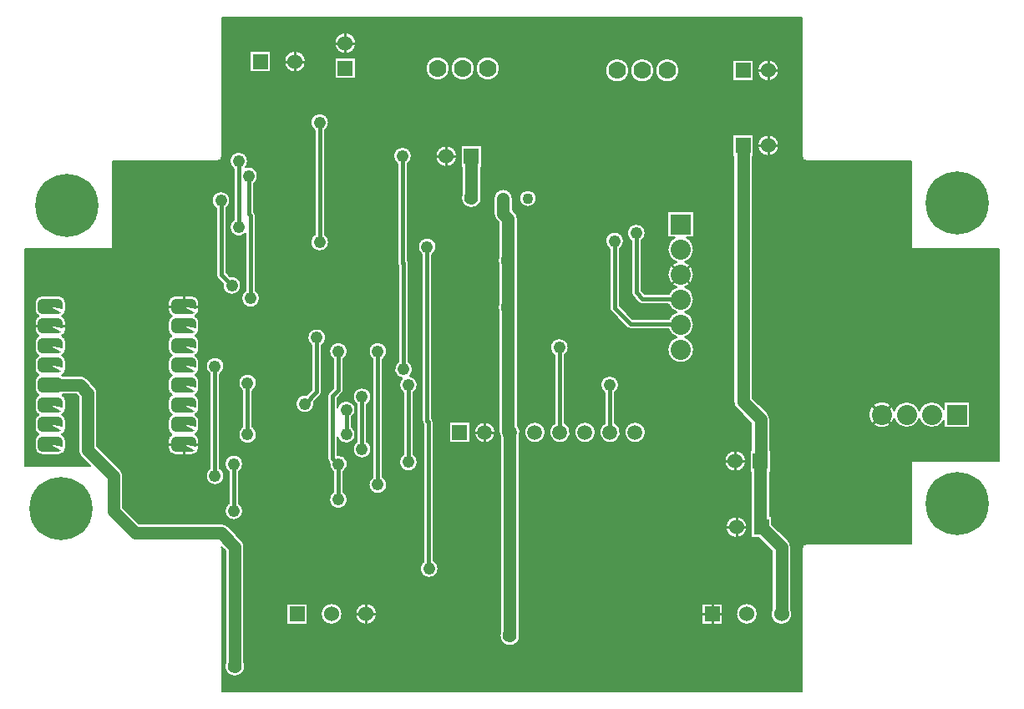
<source format=gbl>
G04 DesignSpark PCB Gerber Version 10.0 Build 5299*
G04 #@! TF.Part,Single*
G04 #@! TF.FileFunction,Copper,L2,Bot*
G04 #@! TF.FilePolarity,Positive*
%FSLAX35Y35*%
%MOIN*%
G04 #@! TA.AperFunction,ComponentPad*
%ADD125R,0.05906X0.05906*%
%ADD128R,0.06000X0.06000*%
%ADD22R,0.08000X0.08000*%
G04 #@! TD.AperFunction*
%ADD10C,0.00500*%
%ADD14C,0.01000*%
%ADD19C,0.01500*%
G04 #@! TA.AperFunction,ComponentPad*
%ADD73C,0.04331*%
G04 #@! TA.AperFunction,ViaPad*
%ADD70C,0.04800*%
G04 #@! TD.AperFunction*
%ADD16C,0.05000*%
G04 #@! TA.AperFunction,ComponentPad*
%AMT103*0 Rounded Rectangle Pad at angle 90*4,1,56,0.04921,-0.00984,0.04921,0.00984,0.04907,0.01222,0.04864,0.01456,0.04793,0.01682,0.04696,0.01899,0.04573,0.02103,0.04426,0.02290,0.04258,0.02458,0.04071,0.02604,0.03868,0.02727,0.03651,0.02825,0.03424,0.02896,0.03190,0.02939,0.02953,0.02953,-0.02953,0.02953,-0.03190,0.02939,-0.03424,0.02896,-0.03651,0.02825,-0.03868,0.02727,-0.04071,0.02604,-0.04258,0.02458,-0.04426,0.02290,-0.04573,0.02103,-0.04696,0.01899,-0.04793,0.01682,-0.04864,0.01456,-0.04907,0.01222,-0.04921,0.00984,-0.04921,-0.00984,-0.04907,-0.01222,-0.04864,-0.01456,-0.04793,-0.01682,-0.04696,-0.01899,-0.04573,-0.02103,-0.04426,-0.02290,-0.04258,-0.02458,-0.04071,-0.02604,-0.03868,-0.02727,-0.03651,-0.02825,-0.03424,-0.02896,-0.03190,-0.02939,-0.02953,-0.02953,0.02953,-0.02953,0.03190,-0.02939,0.03424,-0.02896,0.03651,-0.02825,0.03868,-0.02727,0.04071,-0.02604,0.04258,-0.02458,0.04426,-0.02290,0.04573,-0.02103,0.04696,-0.01899,0.04793,-0.01682,0.04864,-0.01456,0.04907,-0.01222,0.04921,-0.00984,0*%
%ADD103T103*%
G04 #@! TA.AperFunction,ViaPad*
%ADD123C,0.05600*%
G04 #@! TA.AperFunction,ComponentPad*
%ADD133C,0.05900*%
%ADD104C,0.06000*%
%ADD126C,0.07000*%
%ADD23C,0.08000*%
%ADD77C,0.25197*%
%ADD132R,0.05900X0.05900*%
G04 #@! TD.AperFunction*
X0Y0D02*
D02*
D10*
X391451Y179384D02*
X356549D01*
Y214285D01*
X315211D01*
G75*
G02*
X313670Y214817I0J2500D01*
G01*
X313242D01*
Y215244D01*
G75*
G02*
X312711Y216785I1969J1541D01*
G01*
Y271904D01*
X81490D01*
Y216785D01*
G75*
G02*
X80959Y215244I-2500J0D01*
G01*
Y214817D01*
X80531D01*
G75*
G02*
X78990Y214285I-1541J1969D01*
G01*
X37652D01*
Y179384D01*
X2750D01*
Y92770D01*
X28805D01*
X25159Y96415D01*
G75*
G02*
X24059Y99069I2650J2654D01*
G01*
Y120350D01*
X23106Y121303D01*
X17815D01*
G75*
G02*
X17487Y121116I-1497J2250D01*
G01*
G75*
G02*
X19020Y118680I-1169J-2436D01*
G01*
Y115678D01*
G75*
G02*
X17487Y113242I-2702J0D01*
G01*
G75*
G02*
X19020Y110806I-1169J-2436D01*
G01*
Y107804D01*
G75*
G02*
X17487Y105368I-2702J0D01*
G01*
G75*
G02*
X19020Y102932I-1169J-2436D01*
G01*
Y99930D01*
G75*
G02*
X16318Y97228I-2702J0D01*
G01*
X9379D01*
G75*
G02*
X6677Y99930I0J2702D01*
G01*
Y102932D01*
G75*
G02*
X8210Y105368I2702J0D01*
G01*
G75*
G02*
X6677Y107804I1169J2436D01*
G01*
Y110806D01*
G75*
G02*
X8210Y113242I2702J0D01*
G01*
G75*
G02*
X6677Y115678I1169J2436D01*
G01*
Y118680D01*
G75*
G02*
X8210Y121116I2702J0D01*
G01*
G75*
G02*
X6677Y123552I1169J2436D01*
G01*
Y126554D01*
G75*
G02*
X8210Y128990I2702J0D01*
G01*
G75*
G02*
X6677Y131426I1169J2436D01*
G01*
Y134428D01*
G75*
G02*
X8210Y136864I2702J0D01*
G01*
G75*
G02*
X6677Y139300I1169J2436D01*
G01*
Y142302D01*
G75*
G02*
X8210Y144738I2702J0D01*
G01*
G75*
G02*
X6677Y147174I1169J2436D01*
G01*
Y150176D01*
G75*
G02*
X8210Y152612I2702J0D01*
G01*
G75*
G02*
X6677Y155048I1169J2436D01*
G01*
Y158050D01*
G75*
G02*
X9379Y160752I2702J0D01*
G01*
X16318D01*
G75*
G02*
X19020Y158050I0J-2702D01*
G01*
Y155048D01*
G75*
G02*
X17487Y152612I-2702J0D01*
G01*
G75*
G02*
X19020Y150176I-1169J-2436D01*
G01*
Y147174D01*
G75*
G02*
X17487Y144738I-2702J0D01*
G01*
G75*
G02*
X19020Y142302I-1169J-2436D01*
G01*
Y139300D01*
G75*
G02*
X17487Y136864I-2702J0D01*
G01*
G75*
G02*
X19020Y134428I-1169J-2436D01*
G01*
Y131426D01*
G75*
G02*
X17487Y128990I-2702J0D01*
G01*
G75*
G02*
X17815Y128803I-1169J-2437D01*
G01*
X24659D01*
G75*
G02*
X27313Y127703I0J-3750D01*
G01*
X30459Y124557D01*
G75*
G02*
X31559Y121904I-2650J-2654D01*
G01*
Y100622D01*
X40695Y91487D01*
G75*
G02*
X41795Y88833I-2650J-2654D01*
G01*
Y76213D01*
X48260Y69748D01*
X80959D01*
G75*
G02*
X83613Y68648I0J-3750D01*
G01*
X89120Y63140D01*
G75*
G02*
X90220Y60486I-2650J-2654D01*
G01*
Y14378D01*
G75*
G02*
X90520Y12848I-3750J-1530D01*
G01*
G75*
G02*
X82420I-4050J0D01*
G01*
G75*
G02*
X82720Y14378I4050J0D01*
G01*
Y58933D01*
X81222Y60431D01*
G75*
G02*
X81490Y59305I-2232J-1126D01*
G01*
Y2750D01*
X312711D01*
Y59305D01*
G75*
G02*
X313242Y60846I2500J0D01*
G01*
Y61274D01*
X313670D01*
G75*
G02*
X315211Y61805I1541J-1969D01*
G01*
X356549D01*
Y94738D01*
X391451D01*
Y179384D01*
X369409Y118492D02*
X379909D01*
Y107992D01*
X369409D01*
Y111006D01*
G75*
G02*
X359659Y111641I-4750J2236D01*
G01*
G75*
G02*
X349659I-5000J1601D01*
G01*
G75*
G02*
X339409Y113242I-5000J1601D01*
G01*
G75*
G02*
X349659Y114843I5250J0D01*
G01*
G75*
G02*
X359659I5000J-1601D01*
G01*
G75*
G02*
X369409Y115478I5000J-1601D01*
G01*
Y118492D01*
X94770Y162752D02*
G75*
G02*
X96420Y159699I-2000J-3053D01*
G01*
G75*
G02*
X89120I-3650J0D01*
G01*
G75*
G02*
X90770Y162752I3650J0D01*
G01*
Y185616D01*
G75*
G02*
X84395Y188045I-2724J2429D01*
G01*
G75*
G02*
X86045Y191098I3650J0D01*
G01*
Y211370D01*
G75*
G02*
X84395Y214423I2000J3053D01*
G01*
G75*
G02*
X91695I3650J0D01*
G01*
G75*
G02*
X90724Y211944I-3650J0D01*
G01*
G75*
G02*
X93982Y205465I1258J-3426D01*
G01*
Y194385D01*
X94182Y194185D01*
G75*
G02*
X94770Y192770I-1413J-1416D01*
G01*
Y162752D01*
X92504Y258390D02*
X100909D01*
Y249984D01*
X92504D01*
Y258390D01*
X106257Y254187D02*
G75*
G02*
X114757I4250J0D01*
G01*
G75*
G02*
X106257I-4250J0D01*
G01*
X107071Y37917D02*
X115476D01*
Y29512D01*
X107071D01*
Y37917D01*
X115498Y143951D02*
G75*
G02*
X122798I3650J0D01*
G01*
G75*
G02*
X121148Y140898I-3650J0D01*
G01*
Y122297D01*
G75*
G02*
X120560Y120881I-2000J0D01*
G01*
X117996Y118318D01*
G75*
G02*
X118073Y117573I-3574J-745D01*
G01*
G75*
G02*
X110773I-3650J0D01*
G01*
G75*
G02*
X115168Y121146I3650J0D01*
G01*
X117148Y123126D01*
Y140898D01*
G75*
G02*
X115498Y143951I2000J3053D01*
G01*
X120824Y33715D02*
G75*
G02*
X129324I4250J0D01*
G01*
G75*
G02*
X120824I-4250J0D01*
G01*
X116679Y229778D02*
G75*
G02*
X123979I3650J0D01*
G01*
G75*
G02*
X122329Y226724I-3650J0D01*
G01*
Y185193D01*
G75*
G02*
X123979Y182140I-2000J-3053D01*
G01*
G75*
G02*
X116679I-3650J0D01*
G01*
G75*
G02*
X118329Y185193I3650J0D01*
G01*
Y226724D01*
G75*
G02*
X116679Y229778I2000J3053D01*
G01*
X127447Y116206D02*
G75*
G02*
X134609Y115211I3512J-995D01*
G01*
G75*
G02*
X132959Y112157I-3650J0D01*
G01*
Y108421D01*
G75*
G02*
X134609Y105368I-2000J-3053D01*
G01*
G75*
G02*
X127447Y104373I-3650J0D01*
G01*
Y97189D01*
G75*
G02*
X129809Y90504I362J-3632D01*
G01*
Y82437D01*
G75*
G02*
X131459Y79384I-2000J-3053D01*
G01*
G75*
G02*
X124159I-3650J0D01*
G01*
G75*
G02*
X125809Y82437I3650J0D01*
G01*
Y90504D01*
G75*
G02*
X124236Y94302I2000J3054D01*
G01*
X124034Y94504D01*
G75*
G02*
X123447Y95919I1413J1416D01*
G01*
Y120722D01*
G75*
G02*
X124034Y122138I2000J0D01*
G01*
X125809Y123913D01*
Y135386D01*
G75*
G02*
X124159Y138439I2000J3053D01*
G01*
G75*
G02*
X131459I3650J0D01*
G01*
G75*
G02*
X129809Y135386I-3650J0D01*
G01*
Y123085D01*
G75*
G02*
X129222Y121669I-2000J0D01*
G01*
X127447Y119894D01*
Y116206D01*
X133608Y120329D02*
G75*
G02*
X140908I3650J0D01*
G01*
G75*
G02*
X139258Y117276I-3650J0D01*
G01*
Y102516D01*
G75*
G02*
X140908Y99463I-2000J-3053D01*
G01*
G75*
G02*
X133608I-3650J0D01*
G01*
G75*
G02*
X135258Y102516I3650J0D01*
G01*
Y117276D01*
G75*
G02*
X133608Y120329I2000J3053D01*
G01*
X134624Y33715D02*
G75*
G02*
X143124I4250J0D01*
G01*
G75*
G02*
X134624I-4250J0D01*
G01*
X139907Y138439D02*
G75*
G02*
X147207I3650J0D01*
G01*
G75*
G02*
X145557Y135386I-3650J0D01*
G01*
Y88343D01*
G75*
G02*
X147207Y85289I-2000J-3053D01*
G01*
G75*
G02*
X139907I-3650J0D01*
G01*
G75*
G02*
X141557Y88343I3650J0D01*
G01*
Y135386D01*
G75*
G02*
X139907Y138439I2000J3053D01*
G01*
X126315Y255774D02*
X134815D01*
Y247274D01*
X126315D01*
Y255774D01*
Y261523D02*
G75*
G02*
X134815I4250J0D01*
G01*
G75*
G02*
X126315I-4250J0D01*
G01*
X156267Y128668D02*
G75*
G02*
X157762Y122000I-505J-3615D01*
G01*
Y97398D01*
G75*
G02*
X159412Y94344I-2000J-3053D01*
G01*
G75*
G02*
X152112I-3650J0D01*
G01*
G75*
G02*
X153762Y97398I3650J0D01*
G01*
Y122000D01*
G75*
G02*
X153289Y127737I2000J3053D01*
G01*
G75*
G02*
X151793Y134406I505J3615D01*
G01*
Y172680D01*
G75*
G02*
X151400Y173872I1607J1192D01*
G01*
Y213339D01*
G75*
G02*
X149750Y216392I2000J3053D01*
G01*
G75*
G02*
X157050I3650J0D01*
G01*
G75*
G02*
X155400Y213339I-3650J0D01*
G01*
Y175064D01*
G75*
G02*
X155793Y173872I-1607J-1192D01*
G01*
Y134406D01*
G75*
G02*
X156267Y128668I-2000J-3053D01*
G01*
X165636Y55102D02*
G75*
G02*
X167680Y51825I-1606J-3278D01*
G01*
G75*
G02*
X160380I-3650J0D01*
G01*
G75*
G02*
X161636Y54580I3650J0D01*
G01*
Y109688D01*
G75*
G02*
X161242Y110880I1607J1192D01*
G01*
G75*
G02*
Y110881I1230J1D01*
G01*
G75*
G02*
Y110884I957J2D01*
G01*
Y177118D01*
G75*
G02*
X159592Y180171I2000J3053D01*
G01*
G75*
G02*
X166892I3650J0D01*
G01*
G75*
G02*
X165242Y177118I-3650J0D01*
G01*
Y111678D01*
G75*
G02*
X165636Y110486I-1607J-1192D01*
G01*
G75*
G02*
Y110485I-1230J0D01*
G01*
G75*
G02*
Y110482I-957J-1D01*
G01*
Y55102D01*
X162665Y251431D02*
G75*
G02*
X172165I4750J0D01*
G01*
G75*
G02*
X162665I-4750J0D01*
G01*
X166617Y216392D02*
G75*
G02*
X175117I4250J0D01*
G01*
G75*
G02*
X166617I-4250J0D01*
G01*
X172033Y110356D02*
X180435D01*
Y101955D01*
X172033D01*
Y110356D01*
X172665Y251431D02*
G75*
G02*
X182165I4750J0D01*
G01*
G75*
G02*
X172665I-4750J0D01*
G01*
X176616Y220642D02*
X185116D01*
Y212142D01*
X184617D01*
Y201386D01*
G75*
G02*
X184917Y199856I-3750J-1530D01*
G01*
G75*
G02*
X176817I-4050J0D01*
G01*
G75*
G02*
X177117Y201386I4050J0D01*
G01*
Y212142D01*
X176616D01*
Y220642D01*
X186234Y110356D02*
G75*
G02*
X190434Y106156I0J-4200D01*
G01*
G75*
G02*
X186234Y101956I-4200J0D01*
G01*
G75*
G02*
X182034Y106156I0J4200D01*
G01*
G75*
G02*
X186234Y110356I4200J0D01*
G01*
X182665Y251431D02*
G75*
G02*
X192165I4750J0D01*
G01*
G75*
G02*
X182665I-4750J0D01*
G01*
X199276Y109052D02*
G75*
G02*
X199984Y104264I-3041J-2896D01*
G01*
Y26583D01*
G75*
G02*
X200284Y25053I-3750J-1530D01*
G01*
G75*
G02*
X192184I-4050J0D01*
G01*
G75*
G02*
X192484Y26583I4050J0D01*
G01*
Y104264D01*
G75*
G02*
X192126Y105280I3749J1891D01*
G01*
G75*
G02*
X191776Y106864I3400J1584D01*
G01*
G75*
G02*
Y106866I2256J1D01*
G01*
G75*
G02*
Y106870I2103J2D01*
G01*
Y154626D01*
G75*
G02*
Y157685I3750J1530D01*
G01*
Y173130D01*
G75*
G02*
Y176189I3750J1530D01*
G01*
Y190035D01*
X190947Y190864D01*
G75*
G02*
X189846Y193518I2650J2654D01*
G01*
Y199465D01*
G75*
G02*
X193596Y203292I3750J77D01*
G01*
G75*
G02*
X197346Y199465I0J-3751D01*
G01*
Y195071D01*
X198175Y194243D01*
G75*
G02*
X199276Y191589I-2650J-2654D01*
G01*
Y176189D01*
G75*
G02*
Y173130I-3750J-1530D01*
G01*
Y157685D01*
G75*
G02*
Y154626I-3750J-1530D01*
G01*
Y109052D01*
X200024Y199541D02*
G75*
G02*
X206854I3415J0D01*
G01*
G75*
G02*
X200024I-3415J0D01*
G01*
X206234Y110356D02*
G75*
G02*
X210434Y106156I0J-4200D01*
G01*
G75*
G02*
X206234Y101956I-4200J0D01*
G01*
G75*
G02*
X202034Y106156I0J4200D01*
G01*
G75*
G02*
X206234Y110356I4200J0D01*
G01*
X217998Y109967D02*
G75*
G02*
X216234Y101956I-1764J-3812D01*
G01*
G75*
G02*
X213998Y109711I0J4200D01*
G01*
Y136961D01*
G75*
G02*
X212348Y140014I2000J3053D01*
G01*
G75*
G02*
X219648I3650J0D01*
G01*
G75*
G02*
X217998Y136961I-3650J0D01*
G01*
Y109967D01*
X226234Y110356D02*
G75*
G02*
X230434Y106156I0J-4200D01*
G01*
G75*
G02*
X226234Y101956I-4200J0D01*
G01*
G75*
G02*
X222034Y106156I0J4200D01*
G01*
G75*
G02*
X226234Y110356I4200J0D01*
G01*
X238077Y109930D02*
G75*
G02*
X236234Y101956I-1843J-3774D01*
G01*
G75*
G02*
X234077Y109759I0J4200D01*
G01*
Y122000D01*
G75*
G02*
X232427Y125053I2000J3053D01*
G01*
G75*
G02*
X239727I3650J0D01*
G01*
G75*
G02*
X238077Y122000I-3650J0D01*
G01*
Y109930D01*
X234319Y250644D02*
G75*
G02*
X243819I4750J0D01*
G01*
G75*
G02*
X234319I-4750J0D01*
G01*
X259173Y194476D02*
X269673D01*
Y183976D01*
X266659D01*
G75*
G02*
X266024Y174226I-2236J-4750D01*
G01*
G75*
G02*
Y164226I-1601J-5000D01*
G01*
G75*
G02*
Y154226I-1601J-5000D01*
G01*
G75*
G02*
Y144226I-1601J-5000D01*
G01*
G75*
G02*
X269673Y139226I-1601J-5000D01*
G01*
G75*
G02*
X259173I-5250J0D01*
G01*
G75*
G02*
X262822Y144226I5250J0D01*
G01*
G75*
G02*
X259478Y147463I1601J5000D01*
G01*
X244344D01*
G75*
G02*
X242929Y148050I0J2000D01*
G01*
X236633Y154346D01*
G75*
G02*
X236045Y155762I1413J1416D01*
G01*
Y179480D01*
G75*
G02*
X234395Y182533I2000J3053D01*
G01*
G75*
G02*
X241695I3650J0D01*
G01*
G75*
G02*
X240045Y179480I-3650J0D01*
G01*
Y156590D01*
X245173Y151463D01*
X259673D01*
G75*
G02*
X262822Y154226I4750J-2236D01*
G01*
G75*
G02*
X259537Y157305I1601J5000D01*
G01*
X249072D01*
G75*
G02*
X247550Y158004I-3J2000D01*
G01*
X245188Y160759D01*
G75*
G02*
X244707Y162061I1519J1302D01*
G01*
Y182630D01*
G75*
G02*
X243057Y185683I2000J3053D01*
G01*
G75*
G02*
X250357I3650J0D01*
G01*
G75*
G02*
X248707Y182630I-3650J0D01*
G01*
Y162801D01*
X249989Y161305D01*
X259602D01*
G75*
G02*
X262822Y164226I4821J-2079D01*
G01*
G75*
G02*
Y174226I1601J5000D01*
G01*
G75*
G02*
X262187Y183976I1601J5000D01*
G01*
X259173D01*
Y194476D01*
X246234Y110356D02*
G75*
G02*
X250434Y106156I0J-4200D01*
G01*
G75*
G02*
X246234Y101956I-4200J0D01*
G01*
G75*
G02*
X242034Y106156I0J4200D01*
G01*
G75*
G02*
X246234Y110356I4200J0D01*
G01*
X244319Y250644D02*
G75*
G02*
X253819I4750J0D01*
G01*
G75*
G02*
X244319I-4750J0D01*
G01*
X254319D02*
G75*
G02*
X263819I4750J0D01*
G01*
G75*
G02*
X254319I-4750J0D01*
G01*
X272819Y37917D02*
X281224D01*
Y29512D01*
X272819D01*
Y37917D01*
X281971Y94738D02*
G75*
G02*
X290471I4250J0D01*
G01*
G75*
G02*
X281971I-4250J0D01*
G01*
X282365Y68360D02*
G75*
G02*
X290865I4250J0D01*
G01*
G75*
G02*
X282365I-4250J0D01*
G01*
X286572Y33715D02*
G75*
G02*
X295072I4250J0D01*
G01*
G75*
G02*
X286572I-4250J0D01*
G01*
X308372Y35715D02*
G75*
G02*
X308872Y33715I-3750J-2000D01*
G01*
G75*
G02*
X300372I-4250J0D01*
G01*
G75*
G02*
X300872Y35715I4250J0D01*
G01*
Y58800D01*
X295561Y64110D01*
X292364D01*
Y72610D01*
X292471D01*
Y90488D01*
X291970D01*
Y98988D01*
X292563D01*
Y109720D01*
X286668Y115614D01*
G75*
G02*
X285567Y118268I2649J2654D01*
G01*
Y216472D01*
X285069D01*
Y224972D01*
X293569D01*
Y216472D01*
X293067D01*
Y119822D01*
X298962Y113928D01*
G75*
G02*
X300063Y111274I-2649J-2654D01*
G01*
Y98988D01*
X300470D01*
Y90488D01*
X299971D01*
Y72610D01*
X300864D01*
Y69414D01*
X307271Y63007D01*
G75*
G02*
X308372Y60353I-2650J-2654D01*
G01*
Y35715D01*
X285069Y254894D02*
X293569D01*
Y246394D01*
X285069D01*
Y254894D01*
X295069Y220722D02*
G75*
G02*
X303569I4250J0D01*
G01*
G75*
G02*
X295069I-4250J0D01*
G01*
Y250644D02*
G75*
G02*
X303569I4250J0D01*
G01*
G75*
G02*
X295069I-4250J0D01*
G01*
X69468Y160752D02*
G75*
G02*
X72169Y158050I0J-2702D01*
G01*
Y155048D01*
G75*
G02*
X70636Y152612I-2702J0D01*
G01*
G75*
G02*
X72169Y150176I-1169J-2436D01*
G01*
Y147174D01*
G75*
G02*
X70636Y144738I-2702J0D01*
G01*
G75*
G02*
X72169Y142302I-1169J-2436D01*
G01*
Y139300D01*
G75*
G02*
X70636Y136864I-2702J0D01*
G01*
G75*
G02*
X72169Y134428I-1169J-2436D01*
G01*
Y131426D01*
G75*
G02*
X70636Y128990I-2702J0D01*
G01*
G75*
G02*
X72169Y126554I-1169J-2436D01*
G01*
Y123552D01*
G75*
G02*
X70636Y121116I-2702J0D01*
G01*
G75*
G02*
X72169Y118680I-1169J-2436D01*
G01*
Y115678D01*
G75*
G02*
X70636Y113242I-2702J0D01*
G01*
G75*
G02*
X72169Y110806I-1169J-2436D01*
G01*
Y107804D01*
G75*
G02*
X70636Y105368I-2702J0D01*
G01*
G75*
G02*
X72169Y102932I-1169J-2436D01*
G01*
Y99930D01*
G75*
G02*
X69468Y97228I-2702J0D01*
G01*
X62528D01*
G75*
G02*
X59827Y99930I0J2702D01*
G01*
Y102932D01*
G75*
G02*
X61360Y105368I2702J0D01*
G01*
G75*
G02*
X59827Y107804I1169J2436D01*
G01*
Y110806D01*
G75*
G02*
X61360Y113242I2702J0D01*
G01*
G75*
G02*
X59827Y115678I1169J2436D01*
G01*
Y118680D01*
G75*
G02*
X61360Y121116I2702J0D01*
G01*
G75*
G02*
X59827Y123552I1169J2436D01*
G01*
Y126554D01*
G75*
G02*
X61360Y128990I2702J0D01*
G01*
G75*
G02*
X59827Y131426I1169J2436D01*
G01*
Y134428D01*
G75*
G02*
X61360Y136864I2702J0D01*
G01*
G75*
G02*
X59827Y139300I1169J2436D01*
G01*
Y142302D01*
G75*
G02*
X61360Y144738I2702J0D01*
G01*
G75*
G02*
X59827Y147174I1169J2436D01*
G01*
Y150176D01*
G75*
G02*
X61360Y152612I2702J0D01*
G01*
G75*
G02*
X59827Y155048I1169J2436D01*
G01*
Y158050D01*
G75*
G02*
X62528Y160752I2702J0D01*
G01*
X69468D01*
X74946Y132533D02*
G75*
G02*
X82246I3650J0D01*
G01*
G75*
G02*
X80596Y129480I-3650J0D01*
G01*
Y91886D01*
G75*
G02*
X82246Y88833I-2000J-3053D01*
G01*
G75*
G02*
X74946I-3650J0D01*
G01*
G75*
G02*
X76596Y91886I3650J0D01*
G01*
Y129480D01*
G75*
G02*
X74946Y132533I2000J3053D01*
G01*
X84544Y168390D02*
G75*
G02*
X88939Y164817I745J-3573D01*
G01*
G75*
G02*
X81639I-3650J0D01*
G01*
G75*
G02*
X81716Y165562I3651J0D01*
G01*
X79546Y167732D01*
G75*
G02*
X78959Y169148I1413J1416D01*
G01*
Y195622D01*
G75*
G02*
X77309Y198675I2000J3053D01*
G01*
G75*
G02*
X84609I3650J0D01*
G01*
G75*
G02*
X82959Y195622I-3650J0D01*
G01*
Y169976D01*
X84544Y168390D01*
X82427Y93557D02*
G75*
G02*
X89727I3650J0D01*
G01*
G75*
G02*
X88077Y90504I-3650J0D01*
G01*
Y77909D01*
G75*
G02*
X89727Y74856I-2000J-3053D01*
G01*
G75*
G02*
X82427I-3650J0D01*
G01*
G75*
G02*
X84077Y77909I3650J0D01*
G01*
Y90504D01*
G75*
G02*
X82427Y93557I2000J3053D01*
G01*
X87939Y125841D02*
G75*
G02*
X95239I3650J0D01*
G01*
G75*
G02*
X93589Y122787I-3650J0D01*
G01*
Y108421D01*
G75*
G02*
X95239Y105368I-2000J-3053D01*
G01*
G75*
G02*
X87939I-3650J0D01*
G01*
G75*
G02*
X89589Y108421I3650J0D01*
G01*
Y122787D01*
G75*
G02*
X87939Y125841I2000J3053D01*
G01*
X81490Y33715D02*
G36*
X81490Y33715D02*
Y3000D01*
X312711D01*
Y33715D01*
X308872D01*
G75*
G02*
X300372I-4250J0D01*
G01*
X295072D01*
G75*
G02*
X286572I-4250J0D01*
G01*
X281224D01*
Y29512D01*
X272819D01*
Y33715D01*
X199984D01*
Y26583D01*
G75*
G02*
X200284Y25055I-3741J-1528D01*
G01*
G75*
G02*
Y25053I-4101J-1D01*
G01*
G75*
G02*
X192184I-4050J0D01*
G01*
G75*
G02*
Y25054I4101J0D01*
G01*
G75*
G02*
X192484Y26583I4045J0D01*
G01*
Y33715D01*
X143124D01*
G75*
G02*
X134624I-4250J0D01*
G01*
X129324D01*
G75*
G02*
X120824I-4250J0D01*
G01*
X115476D01*
Y29512D01*
X107071D01*
Y33715D01*
X90220D01*
Y14378D01*
G75*
G02*
X90520Y12850I-3741J-1528D01*
G01*
G75*
G02*
Y12848I-4101J-1D01*
G01*
G75*
G02*
X82420I-4050J0D01*
G01*
G75*
G02*
Y12849I4101J0D01*
G01*
G75*
G02*
X82720Y14378I4045J0D01*
G01*
Y33715D01*
X81490D01*
G37*
Y59305D02*
G36*
X81490Y59305D02*
Y33715D01*
X82720D01*
Y58933D01*
X81222Y60431D01*
G75*
G02*
X81490Y59305I-2236J-1127D01*
G01*
G37*
X83900Y68360D02*
G36*
X83900Y68360D02*
X89120Y63140D01*
G75*
G02*
X90220Y60487I-2648J-2653D01*
G01*
G75*
G02*
Y60486I-4511J0D01*
G01*
Y33715D01*
X107071D01*
Y37917D01*
X115476D01*
Y33715D01*
X120824D01*
G75*
G02*
X129324I4250J0D01*
G01*
X134624D01*
G75*
G02*
X143124I4250J0D01*
G01*
X192484D01*
Y68360D01*
X165636D01*
Y55102D01*
G75*
G02*
X167680Y51825I-1607J-3278D01*
G01*
G75*
G02*
X160380I-3650J0D01*
G01*
G75*
G02*
Y51826I5013J0D01*
G01*
G75*
G02*
X161636Y54580I3648J0D01*
G01*
Y68360D01*
X83900D01*
G37*
X199984D02*
G36*
X199984Y68360D02*
Y33715D01*
X272819D01*
Y37917D01*
X281224D01*
Y33715D01*
X286572D01*
G75*
G02*
X295072I4250J0D01*
G01*
X300372D01*
G75*
G02*
X300872Y35715I4247J1D01*
G01*
Y58800D01*
X295561Y64110D01*
X292364D01*
Y68360D01*
X290865D01*
G75*
G02*
X282365I-4250J0D01*
G01*
X199984D01*
G37*
X301918D02*
G36*
X301918Y68360D02*
X307271Y63007D01*
G75*
G02*
X308372Y60354I-2648J-2653D01*
G01*
G75*
G02*
Y60353I-4511J0D01*
G01*
Y35715D01*
G75*
G02*
X308872Y33715I-3747J-1999D01*
G01*
X312711Y33715D01*
Y59305D01*
G75*
G02*
X313242Y60846I2500J0D01*
G01*
Y61274D01*
X313670D01*
G75*
G02*
X315211Y61805I1541J-1969D01*
G01*
X356549D01*
Y68360D01*
X301918D01*
G37*
X3000Y94738D02*
G36*
X3000Y94738D02*
Y92770D01*
X28805D01*
X26837Y94738D01*
X3000D01*
G37*
X37443D02*
G36*
X37443Y94738D02*
X40695Y91487D01*
G75*
G02*
X41795Y88834I-2648J-2653D01*
G01*
G75*
G02*
Y88833I-4511J0D01*
G01*
Y76213D01*
X48260Y69748D01*
X80959D01*
G75*
G02*
X83613Y68648I1J-3748D01*
G01*
X83900Y68360D01*
X161636D01*
Y94738D01*
X159391D01*
G75*
G02*
X159412Y94344I-3630J-393D01*
G01*
G75*
G02*
X152112I-3650J0D01*
G01*
G75*
G02*
X152133Y94738I3651J0D01*
G01*
X145557D01*
Y88343D01*
G75*
G02*
X147207Y85289I-2000J-3053D01*
G01*
G75*
G02*
X139907I-3650J0D01*
G01*
G75*
G02*
X141557Y88343I3651J-1D01*
G01*
Y94738D01*
X131263D01*
G75*
G02*
X131459Y93557I-3454J-1181D01*
G01*
G75*
G02*
X129809Y90504I-3650J0D01*
G01*
Y82437D01*
G75*
G02*
X131459Y79384I-2000J-3053D01*
G01*
G75*
G02*
X124159I-3650J0D01*
G01*
G75*
G02*
X125809Y82437I3651J-1D01*
G01*
Y90504D01*
G75*
G02*
X124159Y93557I2001J3054D01*
G01*
G75*
G02*
X124236Y94302I3652J0D01*
G01*
X124034Y94504D01*
G75*
G02*
X123833Y94738I1413J1415D01*
G01*
X89530D01*
G75*
G02*
X89727Y93557I-3454J-1181D01*
G01*
G75*
G02*
X88077Y90504I-3651J1D01*
G01*
Y77909D01*
G75*
G02*
X89727Y74856I-2000J-3053D01*
G01*
G75*
G02*
X82427I-3650J0D01*
G01*
G75*
G02*
X84077Y77909I3651J-1D01*
G01*
Y90504D01*
G75*
G02*
X82427Y93557I2000J3053D01*
G01*
G75*
G02*
X82623Y94738I3650J0D01*
G01*
X80596D01*
Y91886D01*
G75*
G02*
X82246Y88833I-2000J-3053D01*
G01*
G75*
G02*
X74946I-3650J0D01*
G01*
G75*
G02*
X76596Y91886I3651J-1D01*
G01*
Y94738D01*
X37443D01*
G37*
X165636D02*
G36*
X165636Y94738D02*
Y68360D01*
X192484D01*
Y94738D01*
X165636D01*
G37*
X199984D02*
G36*
X199984Y94738D02*
Y68360D01*
X282365D01*
G75*
G02*
X290865I4250J0D01*
G01*
X292364D01*
Y72610D01*
X292471D01*
Y90488D01*
X291970D01*
Y94738D01*
X290471D01*
G75*
G02*
X281971I-4250J0D01*
G01*
X199984D01*
G37*
X299971Y90488D02*
G36*
X299971Y90488D02*
Y72610D01*
X300864D01*
Y69414D01*
X301918Y68360D01*
X356549D01*
Y94738D01*
X300470D01*
Y90488D01*
X299971D01*
G37*
X3000Y106156D02*
G36*
X3000Y106156D02*
Y94738D01*
X26837D01*
X25159Y96415D01*
G75*
G02*
X24059Y99068I2648J2653D01*
G01*
G75*
G02*
Y99069I5013J0D01*
G01*
Y106156D01*
X18459D01*
G75*
G02*
X17487Y105368I-2140J1648D01*
G01*
G75*
G02*
X19020Y102932I-1170J-2437D01*
G01*
Y99930D01*
G75*
G02*
X16318Y97228I-2702J0D01*
G01*
X9379D01*
G75*
G02*
X6677Y99930I0J2702D01*
G01*
Y102932D01*
Y102933D01*
G75*
G02*
X8210Y105368I2701J0D01*
G01*
G75*
G02*
X7239Y106156I1170J2437D01*
G01*
X3000D01*
G37*
X31559D02*
G36*
X31559Y106156D02*
Y100622D01*
X37443Y94738D01*
X76596D01*
Y106156D01*
X71608D01*
G75*
G02*
X70636Y105368I-2140J1648D01*
G01*
G75*
G02*
X72169Y102932I-1170J-2437D01*
G01*
Y99930D01*
G75*
G02*
X69468Y97228I-2702J0D01*
G01*
X62528D01*
G75*
G02*
X59827Y99930I0J2702D01*
G01*
Y102932D01*
Y102933D01*
G75*
G02*
X61360Y105368I2701J0D01*
G01*
G75*
G02*
X60388Y106156I1170J2437D01*
G01*
X31559D01*
G37*
X80596D02*
G36*
X80596Y106156D02*
Y94738D01*
X82623D01*
G75*
G02*
X89530I3454J-1181D01*
G01*
X123833D01*
G75*
G02*
X123447Y95919I1614J1181D01*
G01*
Y106156D01*
X95153D01*
G75*
G02*
X95239Y105368I-3564J-787D01*
G01*
G75*
G02*
X87939I-3650J0D01*
G01*
G75*
G02*
X88025Y106156I3651J-2D01*
G01*
X80596D01*
G37*
X127447Y104373D02*
G36*
X127447Y104373D02*
Y97189D01*
G75*
G02*
X131263Y94738I362J-3632D01*
G01*
X141557D01*
Y106156D01*
X139258D01*
Y102516D01*
G75*
G02*
X140908Y99463I-2000J-3053D01*
G01*
G75*
G02*
X133608I-3650J0D01*
G01*
G75*
G02*
X135258Y102516I3651J-1D01*
G01*
Y106156D01*
X134523D01*
G75*
G02*
X134609Y105368I-3564J-787D01*
G01*
G75*
G02*
X127447Y104373I-3650J0D01*
G01*
G37*
X145557Y106156D02*
G36*
X145557Y106156D02*
Y94738D01*
X152133D01*
G75*
G02*
X153762Y97398I3630J-394D01*
G01*
Y106156D01*
X145557D01*
G37*
X157762D02*
G36*
X157762Y106156D02*
Y97398D01*
G75*
G02*
X159391Y94738I-2000J-3053D01*
G01*
X161636D01*
Y106156D01*
X157762D01*
G37*
X165636D02*
G36*
X165636Y106156D02*
Y94738D01*
X192484D01*
Y104264D01*
G75*
G02*
X192126Y105280I3730J1885D01*
G01*
G75*
G02*
X191843Y106156I3394J1583D01*
G01*
X190434D01*
G75*
G02*
X186234Y101956I-4200J0D01*
G01*
G75*
G02*
X182034Y106156I0J4200D01*
G01*
X180435D01*
Y101955D01*
X172033D01*
Y106156D01*
X165636D01*
G37*
X199984Y104264D02*
G36*
X199984Y104264D02*
Y94738D01*
X281971D01*
G75*
G02*
X290471I4250J0D01*
G01*
X291970D01*
Y98988D01*
X292563D01*
Y106156D01*
X250434D01*
G75*
G02*
X246234Y101956I-4200J0D01*
G01*
G75*
G02*
X242034Y106156I0J4200D01*
G01*
X240434D01*
G75*
G02*
X236234Y101956I-4200J0D01*
G01*
G75*
G02*
X232034Y106156I0J4200D01*
G01*
X230434D01*
G75*
G02*
X226234Y101956I-4200J0D01*
G01*
G75*
G02*
X222034Y106156I0J4200D01*
G01*
X220434D01*
G75*
G02*
X216234Y101956I-4200J0D01*
G01*
G75*
G02*
X212034Y106156I0J4200D01*
G01*
X210434D01*
G75*
G02*
X206234Y101956I-4200J0D01*
G01*
G75*
G02*
X202034Y106156I0J4200D01*
G01*
X200434D01*
G75*
G02*
X199984Y104264I-4200J0D01*
G01*
G37*
X300063Y106156D02*
G36*
X300063Y106156D02*
Y98988D01*
X300470D01*
Y94738D01*
X356549D01*
X391201D01*
Y106156D01*
X300063D01*
G37*
X3000Y113242D02*
G36*
X3000Y113242D02*
Y106156D01*
X7239D01*
G75*
G02*
X6677Y107804I2141J1649D01*
G01*
Y110806D01*
Y110807D01*
G75*
G02*
X8210Y113242I2701J0D01*
G01*
X3000D01*
G37*
X19020Y110806D02*
G36*
X19020Y110806D02*
Y107804D01*
Y107804D01*
G75*
G02*
X18459Y106156I-2701J0D01*
G01*
X24059D01*
Y113242D01*
X17487D01*
G75*
G02*
X19020Y110806I-1170J-2437D01*
G01*
G37*
X31559Y113242D02*
G36*
X31559Y113242D02*
Y106156D01*
X60388D01*
G75*
G02*
X59827Y107804I2141J1649D01*
G01*
Y110806D01*
Y110807D01*
G75*
G02*
X61360Y113242I2701J0D01*
G01*
X31559D01*
G37*
X72169Y110806D02*
G36*
X72169Y110806D02*
Y107804D01*
Y107804D01*
G75*
G02*
X71608Y106156I-2701J0D01*
G01*
X76596D01*
Y113242D01*
X70636D01*
G75*
G02*
X72169Y110806I-1170J-2437D01*
G01*
G37*
X80596Y113242D02*
G36*
X80596Y113242D02*
Y106156D01*
X88025D01*
G75*
G02*
X89589Y108421I3565J-788D01*
G01*
Y113242D01*
X80596D01*
G37*
X93589D02*
G36*
X93589Y113242D02*
Y108421D01*
G75*
G02*
X95153Y106156I-2000J-3053D01*
G01*
X123447D01*
Y113242D01*
X93589D01*
G37*
X132959Y112157D02*
G36*
X132959Y112157D02*
Y108421D01*
G75*
G02*
X134523Y106156I-2000J-3053D01*
G01*
X135258D01*
Y113242D01*
X134032D01*
G75*
G02*
X132959Y112157I-3075J1970D01*
G01*
G37*
X139258Y113242D02*
G36*
X139258Y113242D02*
Y106156D01*
X141557D01*
Y113242D01*
X139258D01*
G37*
X145557D02*
G36*
X145557Y113242D02*
Y106156D01*
X153762D01*
Y113242D01*
X145557D01*
G37*
X157762D02*
G36*
X157762Y113242D02*
Y106156D01*
X161636D01*
Y109688D01*
G75*
G02*
X161242Y110879I1604J1191D01*
G01*
G75*
G02*
Y110880I2115J1D01*
G01*
Y110881D01*
Y110884D01*
Y113242D01*
X157762D01*
G37*
X165242D02*
G36*
X165242Y113242D02*
Y111678D01*
G75*
G02*
X165636Y110487I-1604J-1191D01*
G01*
G75*
G02*
Y110486I-2115J0D01*
G01*
Y110485D01*
Y110482D01*
Y106156D01*
X172033D01*
Y110356D01*
X180435D01*
Y106156D01*
X182034D01*
G75*
G02*
X186234Y110356I4200J0D01*
G01*
G75*
G02*
X190434Y106156I0J-4200D01*
G01*
X191843D01*
G75*
G02*
X191776Y106863I3679J707D01*
G01*
G75*
G02*
Y106864I3562J1D01*
G01*
Y106866D01*
Y106870D01*
Y113242D01*
X165242D01*
G37*
X199276D02*
G36*
X199276Y113242D02*
Y109052D01*
G75*
G02*
X200434Y106156I-3041J-2896D01*
G01*
X202034D01*
G75*
G02*
X206234Y110356I4200J0D01*
G01*
G75*
G02*
X210434Y106156I0J-4200D01*
G01*
X212034D01*
G75*
G02*
X213998Y109711I4200J0D01*
G01*
Y113242D01*
X199276D01*
G37*
X217998D02*
G36*
X217998Y113242D02*
Y109967D01*
G75*
G02*
X220434Y106156I-1764J-3812D01*
G01*
X222034D01*
G75*
G02*
X226234Y110356I4200J0D01*
G01*
G75*
G02*
X230434Y106156I0J-4200D01*
G01*
X232034D01*
G75*
G02*
X234077Y109759I4200J0D01*
G01*
Y113242D01*
X217998D01*
G37*
X238077D02*
G36*
X238077Y113242D02*
Y109930D01*
G75*
G02*
X240434Y106156I-1843J-3774D01*
G01*
X242034D01*
G75*
G02*
X246234Y110356I4200J0D01*
G01*
G75*
G02*
X250434Y106156I0J-4200D01*
G01*
X292563D01*
Y109720D01*
X289040Y113242D01*
X238077D01*
G37*
X300063Y111274D02*
G36*
X300063Y111274D02*
Y106156D01*
X391201D01*
Y113242D01*
X379909D01*
Y107992D01*
X369409D01*
Y111006D01*
G75*
G02*
X359659Y111641I-4750J2236D01*
G01*
G75*
G02*
X349659I-5000J1601D01*
G01*
G75*
G02*
X339409Y113242I-5000J1601D01*
G01*
X299505D01*
G75*
G02*
X300063Y111274I-3193J-1969D01*
G01*
G37*
X3000Y130762D02*
G36*
X3000Y130762D02*
Y113242D01*
X8210D01*
G75*
G02*
X6677Y115678I1170J2437D01*
G01*
Y118680D01*
Y118681D01*
G75*
G02*
X8210Y121116I2701J0D01*
G01*
G75*
G02*
X6677Y123552I1170J2437D01*
G01*
Y126554D01*
Y126555D01*
G75*
G02*
X8210Y128990I2701J0D01*
G01*
G75*
G02*
X6760Y130762I1170J2437D01*
G01*
X3000D01*
G37*
X17815Y121303D02*
G36*
X17815Y121303D02*
G75*
G02*
X17487Y121116I-1499J2253D01*
G01*
G75*
G02*
X19020Y118680I-1170J-2437D01*
G01*
Y115678D01*
Y115678D01*
G75*
G02*
X17487Y113242I-2701J0D01*
G01*
X24059D01*
Y120350D01*
X23106Y121303D01*
X17815D01*
G37*
X17487Y128990D02*
G36*
X17487Y128990D02*
G75*
G02*
X17815Y128803I-1170J-2440D01*
G01*
X24659D01*
G75*
G02*
X27313Y127703I1J-3748D01*
G01*
X30459Y124557D01*
G75*
G02*
X31559Y121905I-2648J-2653D01*
G01*
G75*
G02*
Y121904I-4511J0D01*
G01*
Y113242D01*
X61360D01*
G75*
G02*
X59827Y115678I1170J2437D01*
G01*
Y118680D01*
Y118681D01*
G75*
G02*
X61360Y121116I2701J0D01*
G01*
G75*
G02*
X59827Y123552I1170J2437D01*
G01*
Y126554D01*
Y126555D01*
G75*
G02*
X61360Y128990I2701J0D01*
G01*
G75*
G02*
X59910Y130762I1170J2437D01*
G01*
X18937D01*
G75*
G02*
X17487Y128990I-2618J664D01*
G01*
G37*
X72087Y130762D02*
G36*
X72087Y130762D02*
G75*
G02*
X70636Y128990I-2618J664D01*
G01*
G75*
G02*
X72169Y126554I-1170J-2437D01*
G01*
Y123552D01*
Y123552D01*
G75*
G02*
X70636Y121116I-2701J0D01*
G01*
G75*
G02*
X72169Y118680I-1170J-2437D01*
G01*
Y115678D01*
Y115678D01*
G75*
G02*
X70636Y113242I-2701J0D01*
G01*
X76596D01*
Y129480D01*
G75*
G02*
X75405Y130762I2000J3054D01*
G01*
X72087D01*
G37*
X80596Y129480D02*
G36*
X80596Y129480D02*
Y113242D01*
X89589D01*
Y122787D01*
G75*
G02*
X87939Y125841I2000J3053D01*
G01*
G75*
G02*
X95239I3650J0D01*
G01*
G75*
G02*
X93589Y122787I-3651J1D01*
G01*
Y113242D01*
X123447D01*
Y120722D01*
G75*
G02*
X124034Y122138I2000J0D01*
G01*
X125809Y123913D01*
Y130762D01*
X121148D01*
Y122297D01*
G75*
G02*
X120560Y120881I-2000J0D01*
G01*
X117996Y118318D01*
G75*
G02*
X118073Y117573I-3585J-746D01*
G01*
G75*
G02*
X110773I-3650J0D01*
G01*
G75*
G02*
X115168Y121146I3650J0D01*
G01*
X117148Y123126D01*
Y130762D01*
X81787D01*
G75*
G02*
X80596Y129480I-3192J1772D01*
G01*
G37*
X127447Y119894D02*
G36*
X127447Y119894D02*
Y116206D01*
G75*
G02*
X134609Y115211I3512J-995D01*
G01*
G75*
G02*
X134032Y113242I-3651J0D01*
G01*
X135258D01*
Y117276D01*
G75*
G02*
X133608Y120329I2000J3053D01*
G01*
G75*
G02*
X140908I3650J0D01*
G01*
G75*
G02*
X139258Y117276I-3651J1D01*
G01*
Y113242D01*
X141557D01*
Y130762D01*
X129809D01*
Y123085D01*
G75*
G02*
X129222Y121669I-2000J0D01*
G01*
X127447Y119894D01*
G37*
X145557Y130762D02*
G36*
X145557Y130762D02*
Y113242D01*
X153762D01*
Y122000D01*
G75*
G02*
X152112Y125053I2000J3053D01*
G01*
G75*
G02*
X153289Y127737I3650J0D01*
G01*
G75*
G02*
X150191Y130762I505J3615D01*
G01*
X145557D01*
G37*
X157395D02*
G36*
X157395Y130762D02*
G75*
G02*
X156267Y128668I-3602J591D01*
G01*
G75*
G02*
X159412Y125053I-505J-3615D01*
G01*
G75*
G02*
X157762Y122000I-3650J0D01*
G01*
Y113242D01*
X161242D01*
Y130762D01*
X157395D01*
G37*
X165242D02*
G36*
X165242Y130762D02*
Y113242D01*
X191776D01*
Y130762D01*
X165242D01*
G37*
X199276D02*
G36*
X199276Y130762D02*
Y113242D01*
X213998D01*
Y130762D01*
X199276D01*
G37*
X217998D02*
G36*
X217998Y130762D02*
Y113242D01*
X234077D01*
Y122000D01*
G75*
G02*
X232427Y125053I2000J3053D01*
G01*
G75*
G02*
X239727I3650J0D01*
G01*
G75*
G02*
X238077Y122000I-3651J1D01*
G01*
Y113242D01*
X289040D01*
X286668Y115614D01*
G75*
G02*
X285567Y118268I2650J2654D01*
G01*
Y130762D01*
X217998D01*
G37*
X293067D02*
G36*
X293067Y130762D02*
Y119822D01*
X298962Y113928D01*
G75*
G02*
X299505Y113242I-2650J-2655D01*
G01*
X339409D01*
G75*
G02*
X349659Y114843I5250J0D01*
G01*
G75*
G02*
X359659I5000J-1601D01*
G01*
G75*
G02*
X369409Y115478I5000J-1601D01*
G01*
Y118492D01*
X379909D01*
Y113242D01*
X391201D01*
Y130762D01*
X293067D01*
G37*
X3000Y179384D02*
G36*
X3000Y179384D02*
Y130762D01*
X6760D01*
G75*
G02*
X6677Y131426I2620J665D01*
G01*
Y134428D01*
Y134429D01*
G75*
G02*
X8210Y136864I2701J0D01*
G01*
G75*
G02*
X6677Y139300I1170J2437D01*
G01*
Y142302D01*
Y142303D01*
G75*
G02*
X8210Y144738I2701J0D01*
G01*
G75*
G02*
X6677Y147174I1170J2437D01*
G01*
Y150176D01*
Y150177D01*
G75*
G02*
X8210Y152612I2701J0D01*
G01*
G75*
G02*
X6677Y155048I1170J2437D01*
G01*
Y158050D01*
G75*
G02*
X9379Y160752I2702J0D01*
G01*
X16318D01*
G75*
G02*
X19020Y158050I0J-2702D01*
G01*
Y155048D01*
Y155048D01*
G75*
G02*
X17487Y152612I-2701J0D01*
G01*
G75*
G02*
X19020Y150176I-1170J-2437D01*
G01*
Y147174D01*
Y147174D01*
G75*
G02*
X17487Y144738I-2701J0D01*
G01*
G75*
G02*
X19020Y142302I-1170J-2437D01*
G01*
Y139300D01*
Y139300D01*
G75*
G02*
X17487Y136864I-2701J0D01*
G01*
G75*
G02*
X19020Y134428I-1170J-2437D01*
G01*
Y131426D01*
Y131426D01*
G75*
G02*
X18937Y130762I-2701J-1D01*
G01*
X59910D01*
G75*
G02*
X59827Y131426I2620J665D01*
G01*
Y134428D01*
Y134429D01*
G75*
G02*
X61360Y136864I2701J0D01*
G01*
G75*
G02*
X59827Y139300I1170J2437D01*
G01*
Y142302D01*
Y142303D01*
G75*
G02*
X61360Y144738I2701J0D01*
G01*
G75*
G02*
X59827Y147174I1170J2437D01*
G01*
Y150176D01*
Y150177D01*
G75*
G02*
X61360Y152612I2701J0D01*
G01*
G75*
G02*
X59827Y155048I1170J2437D01*
G01*
Y158050D01*
G75*
G02*
X62528Y160752I2702J0D01*
G01*
X69468D01*
G75*
G02*
X72169Y158050I0J-2702D01*
G01*
Y155048D01*
Y155048D01*
G75*
G02*
X70636Y152612I-2701J0D01*
G01*
G75*
G02*
X72169Y150176I-1170J-2437D01*
G01*
Y147174D01*
Y147174D01*
G75*
G02*
X70636Y144738I-2701J0D01*
G01*
G75*
G02*
X72169Y142302I-1170J-2437D01*
G01*
Y139300D01*
Y139300D01*
G75*
G02*
X70636Y136864I-2701J0D01*
G01*
G75*
G02*
X72169Y134428I-1170J-2437D01*
G01*
Y131426D01*
Y131426D01*
G75*
G02*
X72087Y130762I-2701J-1D01*
G01*
X75405D01*
G75*
G02*
X74946Y132533I3191J1771D01*
G01*
G75*
G02*
X82246I3650J0D01*
G01*
G75*
G02*
X81787Y130762I-3651J1D01*
G01*
X117148D01*
Y140898D01*
G75*
G02*
X115498Y143951I2000J3053D01*
G01*
G75*
G02*
X122798I3650J0D01*
G01*
G75*
G02*
X121148Y140898I-3651J1D01*
G01*
Y130762D01*
X125809D01*
Y135386D01*
G75*
G02*
X124159Y138439I2000J3053D01*
G01*
G75*
G02*
X131459I3650J0D01*
G01*
G75*
G02*
X129809Y135386I-3651J1D01*
G01*
Y130762D01*
X141557D01*
Y135386D01*
G75*
G02*
X139907Y138439I2000J3053D01*
G01*
G75*
G02*
X147207I3650J0D01*
G01*
G75*
G02*
X145557Y135386I-3651J1D01*
G01*
Y130762D01*
X150191D01*
G75*
G02*
X150143Y131352I3602J590D01*
G01*
G75*
G02*
X151793Y134406I3650J0D01*
G01*
Y172680D01*
G75*
G02*
X151400Y173871I1604J1191D01*
G01*
G75*
G02*
Y173872I2115J1D01*
G01*
Y187061D01*
X122329D01*
Y185193D01*
G75*
G02*
X123979Y182140I-2000J-3053D01*
G01*
G75*
G02*
X116679I-3650J0D01*
G01*
G75*
G02*
X118329Y185193I3651J-1D01*
G01*
Y187061D01*
X94770D01*
Y162752D01*
G75*
G02*
X96420Y159699I-2000J-3053D01*
G01*
G75*
G02*
X89120I-3650J0D01*
G01*
G75*
G02*
X90770Y162752I3651J-1D01*
G01*
Y185616D01*
G75*
G02*
X84531Y187061I-2724J2430D01*
G01*
X82959D01*
Y169976D01*
X84544Y168390D01*
G75*
G02*
X88939Y164817I745J-3573D01*
G01*
G75*
G02*
X81639I-3650J0D01*
G01*
G75*
G02*
X81716Y165562I3661J-1D01*
G01*
X79546Y167732D01*
G75*
G02*
X78959Y169148I1413J1416D01*
G01*
Y187061D01*
X37652D01*
Y179384D01*
X3000D01*
G37*
X155400Y187061D02*
G36*
X155400Y187061D02*
Y175064D01*
G75*
G02*
X155793Y173873I-1604J-1191D01*
G01*
G75*
G02*
Y173872I-2115J0D01*
G01*
Y134406D01*
G75*
G02*
X157443Y131352I-2000J-3053D01*
G01*
G75*
G02*
X157395Y130762I-3651J0D01*
G01*
X161242D01*
Y177118D01*
G75*
G02*
X159592Y180171I2000J3053D01*
G01*
G75*
G02*
X166892I3650J0D01*
G01*
G75*
G02*
X165242Y177118I-3651J1D01*
G01*
Y130762D01*
X191776D01*
Y154626D01*
G75*
G02*
X191476Y156156I3749J1530D01*
G01*
G75*
G02*
X191776Y157685I4049J0D01*
G01*
Y173130D01*
G75*
G02*
X191476Y174659I3749J1530D01*
G01*
G75*
G02*
X191776Y176189I4049J0D01*
G01*
Y187061D01*
X155400D01*
G37*
X199276Y154626D02*
G36*
X199276Y154626D02*
Y130762D01*
X213998D01*
Y136961D01*
G75*
G02*
X212348Y140014I2000J3053D01*
G01*
G75*
G02*
X219648I3650J0D01*
G01*
G75*
G02*
X217998Y136961I-3651J1D01*
G01*
Y130762D01*
X285567D01*
Y187061D01*
X269673D01*
Y183976D01*
X266659D01*
G75*
G02*
X269673Y179226I-2236J-4750D01*
G01*
G75*
G02*
X266024Y174226I-5250J0D01*
G01*
G75*
G02*
X269673Y169226I-1601J-5000D01*
G01*
G75*
G02*
X266024Y164226I-5250J0D01*
G01*
G75*
G02*
X269673Y159226I-1601J-5000D01*
G01*
G75*
G02*
X266024Y154226I-5250J0D01*
G01*
G75*
G02*
X269673Y149226I-1601J-5000D01*
G01*
G75*
G02*
X266024Y144226I-5250J0D01*
G01*
G75*
G02*
X269673Y139226I-1602J-5001D01*
G01*
G75*
G02*
X259173I-5250J0D01*
G01*
G75*
G02*
X262822Y144226I5251J-1D01*
G01*
G75*
G02*
X259478Y147463I1599J4998D01*
G01*
X244344D01*
G75*
G02*
X242929Y148050I0J2000D01*
G01*
X236633Y154346D01*
G75*
G02*
X236045Y155762I1413J1416D01*
G01*
Y179480D01*
G75*
G02*
X234395Y182533I2000J3053D01*
G01*
G75*
G02*
X241695I3650J0D01*
G01*
G75*
G02*
X240045Y179480I-3651J1D01*
G01*
Y156590D01*
X245173Y151463D01*
X259673D01*
G75*
G02*
X262822Y154226I4749J-2235D01*
G01*
G75*
G02*
X259537Y157305I1600J4999D01*
G01*
X249072D01*
G75*
G02*
X247550Y158004I-4J1998D01*
G01*
X245188Y160759D01*
G75*
G02*
X244707Y162061I1522J1303D01*
G01*
Y182630D01*
G75*
G02*
X243057Y185683I2000J3053D01*
G01*
G75*
G02*
X243327Y187061I3650J0D01*
G01*
X199276D01*
Y176189D01*
G75*
G02*
X199576Y174659I-3749J-1530D01*
G01*
G75*
G02*
X199276Y173130I-4049J0D01*
G01*
Y157685D01*
G75*
G02*
X199576Y156156I-3749J-1530D01*
G01*
G75*
G02*
X199276Y154626I-4049J0D01*
G01*
G37*
X248707Y182630D02*
G36*
X248707Y182630D02*
Y162801D01*
X249989Y161305D01*
X259602D01*
G75*
G02*
X262822Y164226I4821J-2079D01*
G01*
G75*
G02*
X259173Y169226I1601J5000D01*
G01*
G75*
G02*
X262822Y174226I5250J0D01*
G01*
G75*
G02*
X259173Y179226I1601J5000D01*
G01*
G75*
G02*
X262187Y183976I5250J0D01*
G01*
X259173D01*
Y187061D01*
X250087D01*
G75*
G02*
X250357Y185683I-3380J-1378D01*
G01*
G75*
G02*
X248707Y182630I-3651J1D01*
G01*
G37*
X293067Y187061D02*
G36*
X293067Y187061D02*
Y130762D01*
X391201D01*
Y179384D01*
X356549D01*
Y187061D01*
X293067D01*
G37*
X37652Y199541D02*
G36*
X37652Y199541D02*
Y187061D01*
X78959D01*
Y195622D01*
G75*
G02*
X77309Y198675I2000J3053D01*
G01*
G75*
G02*
X77413Y199541I3650J0D01*
G01*
X37652D01*
G37*
X82959Y195622D02*
G36*
X82959Y195622D02*
Y187061D01*
X84531D01*
G75*
G02*
X84395Y188045I3515J985D01*
G01*
G75*
G02*
X86045Y191098I3651J-1D01*
G01*
Y199541D01*
X84504D01*
G75*
G02*
X84609Y198675I-3546J-867D01*
G01*
G75*
G02*
X82959Y195622I-3651J1D01*
G01*
G37*
X93982Y199541D02*
G36*
X93982Y199541D02*
Y194385D01*
X94182Y194185D01*
G75*
G02*
X94770Y192770I-1413J-1416D01*
G01*
Y187061D01*
X118329D01*
Y199541D01*
X93982D01*
G37*
X122329D02*
G36*
X122329Y199541D02*
Y187061D01*
X151400D01*
Y199541D01*
X122329D01*
G37*
X155400D02*
G36*
X155400Y199541D02*
Y187061D01*
X191776D01*
Y190035D01*
X190947Y190864D01*
G75*
G02*
X189846Y193517I2648J2653D01*
G01*
G75*
G02*
Y193518I5013J0D01*
G01*
Y199465D01*
G75*
G02*
X189846Y199541I3749J77D01*
G01*
Y199541D01*
X184904D01*
G75*
G02*
X176829I-4038J315D01*
G01*
X155400D01*
G37*
X197346Y199465D02*
G36*
X197346Y199465D02*
Y195071D01*
X198175Y194243D01*
G75*
G02*
X199276Y191590I-2648J-2653D01*
G01*
G75*
G02*
Y191589I-4511J0D01*
G01*
Y187061D01*
X243327D01*
G75*
G02*
X250087I3380J-1378D01*
G01*
X259173D01*
Y194476D01*
X269673D01*
Y187061D01*
X285567D01*
Y199541D01*
X206854D01*
G75*
G02*
X200024I-3415J0D01*
G01*
X197347D01*
Y199541D01*
G75*
G02*
X197346Y199465I-3750J0D01*
G01*
G37*
X293067Y199541D02*
G36*
X293067Y199541D02*
Y187061D01*
X356549D01*
Y199541D01*
X293067D01*
G37*
X37652Y214285D02*
G36*
X37652Y214285D02*
Y199541D01*
X77413D01*
G75*
G02*
X84504I3546J-866D01*
G01*
X86045D01*
Y211370D01*
G75*
G02*
X84395Y214423I2000J3053D01*
G01*
G75*
G02*
X84972Y216392I3650J0D01*
G01*
X81459D01*
G75*
G02*
X80959Y215244I-2469J394D01*
G01*
Y214817D01*
X80531D01*
G75*
G02*
X78990Y214285I-1541J1969D01*
G01*
X37652D01*
G37*
X91695Y214423D02*
G36*
X91695Y214423D02*
G75*
G02*
X90724Y211944I-3652J1D01*
G01*
G75*
G02*
X95632Y208518I1258J-3426D01*
G01*
G75*
G02*
X93982Y205465I-3650J0D01*
G01*
Y199541D01*
X118329D01*
Y216392D01*
X91119D01*
G75*
G02*
X91695Y214423I-3074J-1969D01*
G01*
G37*
X122329Y216392D02*
G36*
X122329Y216392D02*
Y199541D01*
X151400D01*
Y213339D01*
G75*
G02*
X149750Y216392I2000J3053D01*
G01*
X122329D01*
G37*
X155400Y213339D02*
G36*
X155400Y213339D02*
Y199541D01*
X176829D01*
G75*
G02*
X176817Y199856I4038J314D01*
G01*
G75*
G02*
Y199857I4101J0D01*
G01*
G75*
G02*
X177117Y201386I4045J0D01*
G01*
Y212142D01*
X176616D01*
Y216392D01*
X175117D01*
G75*
G02*
X166617I-4250J0D01*
G01*
X157050D01*
G75*
G02*
X155400Y213339I-3651J1D01*
G01*
G37*
X184617Y212142D02*
G36*
X184617Y212142D02*
Y201386D01*
G75*
G02*
X184917Y199858I-3741J-1528D01*
G01*
G75*
G02*
Y199856I-4101J-1D01*
G01*
G75*
G02*
X184904Y199541I-4050J-1D01*
G01*
X189846D01*
G75*
G02*
X193596Y203292I3751J0D01*
G01*
G75*
G02*
X197347Y199541I0J-3751D01*
G01*
X200024D01*
G75*
G02*
X206854I3415J0D01*
G01*
X285567D01*
Y216392D01*
X185116D01*
Y212142D01*
X184617D01*
G37*
X293067Y216392D02*
G36*
X293067Y216392D02*
Y199541D01*
X356549D01*
Y214285D01*
X315211D01*
G75*
G02*
X313670Y214817I0J2500D01*
G01*
X313242D01*
Y215244D01*
G75*
G02*
X312742Y216392I1969J1541D01*
G01*
X293067D01*
G37*
X81490Y216785D02*
G36*
X81490Y216785D02*
G75*
G02*
X81459Y216392I-2500J0D01*
G01*
X84972D01*
G75*
G02*
X91119I3074J-1969D01*
G01*
X118329D01*
Y220722D01*
X81490D01*
Y216785D01*
G37*
X122329Y220722D02*
G36*
X122329Y220722D02*
Y216392D01*
X149750D01*
G75*
G02*
X157050I3650J0D01*
G01*
X166617D01*
G75*
G02*
X175117I4250J0D01*
G01*
X176616D01*
Y220642D01*
X185116D01*
Y216392D01*
X285567D01*
Y216472D01*
X285069D01*
Y220722D01*
X122329D01*
G37*
X293067Y216472D02*
G36*
X293067Y216472D02*
Y216392D01*
X312742D01*
G75*
G02*
X312711Y216785I2469J393D01*
G01*
Y220722D01*
X303569D01*
G75*
G02*
X295069I-4250J0D01*
G01*
X293569D01*
Y216472D01*
X293067D01*
G37*
X81490Y254187D02*
G36*
X81490Y254187D02*
Y220722D01*
X118329D01*
Y226724D01*
G75*
G02*
X116679Y229778I2000J3053D01*
G01*
G75*
G02*
X123979I3650J0D01*
G01*
G75*
G02*
X122329Y226724I-3651J1D01*
G01*
Y220722D01*
X285069D01*
Y224972D01*
X293569D01*
Y220722D01*
X295069D01*
G75*
G02*
X303569I4250J0D01*
G01*
X312711D01*
Y254187D01*
X301665D01*
G75*
G02*
X303569Y250644I-2347J-3543D01*
G01*
G75*
G02*
X295069I-4250J0D01*
G01*
G75*
G02*
X296972Y254187I4250J0D01*
G01*
X293569D01*
Y246394D01*
X285069D01*
Y254187D01*
X262232D01*
G75*
G02*
X263819Y250644I-3163J-3543D01*
G01*
G75*
G02*
X254319I-4750J0D01*
G01*
G75*
G02*
X255906Y254187I4750J0D01*
G01*
X252232D01*
G75*
G02*
X253819Y250644I-3163J-3543D01*
G01*
G75*
G02*
X244319I-4750J0D01*
G01*
G75*
G02*
X245906Y254187I4750J0D01*
G01*
X242232D01*
G75*
G02*
X243819Y250644I-3163J-3543D01*
G01*
G75*
G02*
X234319I-4750J0D01*
G01*
G75*
G02*
X235906Y254187I4750J0D01*
G01*
X191284D01*
G75*
G02*
X192165Y251431I-3869J-2756D01*
G01*
G75*
G02*
X182665I-4750J0D01*
G01*
G75*
G02*
X183546Y254187I4750J0D01*
G01*
X181284D01*
G75*
G02*
X182165Y251431I-3869J-2756D01*
G01*
G75*
G02*
X172665I-4750J0D01*
G01*
G75*
G02*
X173546Y254187I4750J0D01*
G01*
X171284D01*
G75*
G02*
X172165Y251431I-3869J-2756D01*
G01*
G75*
G02*
X162665I-4750J0D01*
G01*
G75*
G02*
X163546Y254187I4750J0D01*
G01*
X134815D01*
Y247274D01*
X126315D01*
Y254187D01*
X114757D01*
G75*
G02*
X106257I-4250J0D01*
G01*
X100909D01*
Y249984D01*
X92504D01*
Y254187D01*
X81490D01*
G37*
Y261523D02*
G36*
X81490Y261523D02*
Y254187D01*
X92504D01*
Y258390D01*
X100909D01*
Y254187D01*
X106257D01*
G75*
G02*
X114757I4250J0D01*
G01*
X126315D01*
Y255774D01*
X134815D01*
Y254187D01*
X163546D01*
G75*
G02*
X171284I3869J-2756D01*
G01*
X173546D01*
G75*
G02*
X181284I3869J-2756D01*
G01*
X183546D01*
G75*
G02*
X191284I3869J-2756D01*
G01*
X235906D01*
G75*
G02*
X242232I3163J-3543D01*
G01*
X245906D01*
G75*
G02*
X252232I3163J-3543D01*
G01*
X255906D01*
G75*
G02*
X262232I3163J-3543D01*
G01*
X285069D01*
Y254894D01*
X293569D01*
Y254187D01*
X296972D01*
G75*
G02*
X301665I2347J-3543D01*
G01*
X312711D01*
Y261523D01*
X134815D01*
G75*
G02*
X126315I-4250J0D01*
G01*
X81490D01*
G37*
Y271654D02*
G36*
X81490Y271654D02*
Y261523D01*
X126315D01*
G75*
G02*
X134815I4250J0D01*
G01*
X312711D01*
Y271654D01*
X81490D01*
G37*
D02*
D14*
X8427Y148675D02*
X6427D01*
X17270D02*
X19270D01*
X61577Y101431D02*
X59577D01*
X61577Y156549D02*
X59577D01*
X65998Y98978D02*
Y96978D01*
Y159002D02*
Y161002D01*
X70419Y101431D02*
X72419D01*
X70419Y156549D02*
X72419D01*
X108007Y254187D02*
X106007D01*
X110507Y251687D02*
Y249687D01*
Y256687D02*
Y258687D01*
X113007Y254187D02*
X115007D01*
X128065Y261523D02*
X126065D01*
X130565Y259023D02*
Y257023D01*
Y264023D02*
Y266023D01*
X133065Y261523D02*
X135065D01*
X136374Y33715D02*
X134374D01*
X138874Y31215D02*
Y29215D01*
Y36215D02*
Y38215D01*
X141374Y33715D02*
X143374D01*
X168367Y216392D02*
X166367D01*
X170867Y213892D02*
Y211892D01*
Y218892D02*
Y220892D01*
X173367Y216392D02*
X175367D01*
X183784Y106156D02*
X181784D01*
X186234Y103706D02*
Y101706D01*
Y108606D02*
Y110606D01*
X188684Y106156D02*
X190684D01*
X261948Y166752D02*
X260534Y165337D01*
X261948Y171701D02*
X260534Y173115D01*
X266898Y166752D02*
X268312Y165337D01*
X266898Y171701D02*
X268312Y173115D01*
X274569Y33715D02*
X272569D01*
X277022Y31262D02*
Y29262D01*
Y36167D02*
Y38167D01*
X279474Y33715D02*
X281474D01*
X283721Y94738D02*
X281721D01*
X284115Y68360D02*
X282115D01*
X286221Y92238D02*
Y90238D01*
Y97238D02*
Y99238D01*
X286615Y65860D02*
Y63860D01*
Y70860D02*
Y72860D01*
X288721Y94738D02*
X290721D01*
X289115Y68360D02*
X291115D01*
X296819Y220722D02*
X294819D01*
X296819Y250644D02*
X294819D01*
X299319Y218222D02*
Y216222D01*
Y223222D02*
Y225222D01*
Y248144D02*
Y246144D01*
Y253144D02*
Y255144D01*
X301819Y220722D02*
X303819D01*
X301819Y250644D02*
X303819D01*
X342185Y110767D02*
X340770Y109353D01*
X342185Y115717D02*
X340770Y117131D01*
X347134Y110767D02*
X348548Y109353D01*
X347134Y115717D02*
X348548Y117131D01*
D02*
D16*
X12848Y125053D02*
X24659D01*
X27809Y121904D01*
Y99069D01*
X38045Y88833D01*
Y74659D01*
X46707Y65998D01*
X80959D01*
X86470Y60486D01*
Y12848D01*
X180867Y216392D02*
Y199856D01*
X193596Y199541D02*
Y193518D01*
X195526Y191589D01*
Y174659D01*
Y156156D02*
Y106864D01*
X196234Y106156D01*
X195526Y174659D02*
Y156156D01*
X196234Y106156D02*
Y25053D01*
X289319Y220722D02*
Y118268D01*
X296313Y111274D01*
Y94830D01*
X296221Y94738D01*
Y68754D01*
X296615Y68360D01*
X304622Y33715D02*
Y60353D01*
X296615Y68360D01*
D02*
D19*
X78596Y88833D02*
Y132533D01*
X80959Y198675D02*
Y169148D01*
X85289Y164817D01*
X86077Y74856D02*
Y93557D01*
X88045Y214423D02*
Y188045D01*
X91589Y105368D02*
Y125841D01*
X91982Y208518D02*
Y193557D01*
X92770Y192770D01*
Y159699D01*
X119148Y143951D02*
Y122297D01*
X114423Y117573D01*
X120329Y182140D02*
Y229778D01*
X127809Y93557D02*
Y79384D01*
Y138439D02*
Y123085D01*
X125447Y120722D01*
Y95919D01*
X127809Y93557D01*
X130959Y115211D02*
Y105368D01*
X137258Y120329D02*
Y99463D01*
X141195Y223872D02*
Y201431D01*
X139620Y199856D01*
X143557Y138439D02*
Y85289D01*
X153793Y131352D02*
Y173872D01*
X153400D01*
Y216392D01*
X155762Y125053D02*
Y94344D01*
X163242Y180171D02*
Y110880D01*
X163636Y110486D01*
Y54187D01*
X164030Y53793D01*
Y51825D01*
X215998Y140014D02*
Y106392D01*
X216234Y106156D01*
X236077Y125053D02*
Y106313D01*
X236234Y106156D01*
X238045Y182533D02*
Y155762D01*
X244344Y149463D01*
X264187D01*
X264423Y149226D01*
X246707Y185683D02*
Y162061D01*
X249069Y159305D01*
X264344D01*
X264423Y159226D01*
D02*
D70*
X78596Y88833D03*
Y132533D03*
X80959Y198675D03*
X85289Y164817D03*
X86077Y74856D03*
Y93557D03*
X88045Y188045D03*
Y214423D03*
X91589Y105368D03*
Y125841D03*
X91982Y208518D03*
X92770Y159699D03*
X114423Y117573D03*
X119148Y143951D03*
X120329Y182140D03*
Y229778D03*
X127809Y79384D03*
Y93557D03*
Y138439D03*
X130959Y105368D03*
Y115211D03*
X137258Y99463D03*
Y120329D03*
X143557Y85289D03*
Y138439D03*
X153400Y216392D03*
X153793Y131352D03*
X155762Y94344D03*
Y125053D03*
X163242Y180171D03*
X164030Y51825D03*
X215998Y140014D03*
X236077Y125053D03*
X238045Y182533D03*
X246707Y185683D03*
D02*
D22*
X264423Y189226D03*
X374659Y113242D03*
D02*
D23*
X264423Y139226D03*
Y149226D03*
Y159226D03*
Y169226D03*
Y179226D03*
X344659Y113242D03*
X354659D03*
X364659D03*
D02*
D73*
X193596Y199541D03*
X203439D03*
D02*
D77*
X17179Y75841D03*
X19541Y196707D03*
X374659Y77809D03*
Y197888D03*
D02*
D103*
X12848Y101431D03*
Y109305D03*
Y117179D03*
Y125053D03*
Y132927D03*
Y140801D03*
Y148675D03*
Y156549D03*
X65998Y101431D03*
Y109305D03*
Y117179D03*
Y125053D03*
Y132927D03*
Y140801D03*
Y148675D03*
Y156549D03*
D02*
D104*
X110507Y254187D03*
X125074Y33715D03*
X130565Y261523D03*
X138874Y33715D03*
X170867Y216392D03*
X286221Y94738D03*
X286615Y68360D03*
X290822Y33715D03*
X299319Y220722D03*
Y250644D03*
X304622Y33715D03*
D02*
D123*
X44541Y188045D03*
X86470Y12848D03*
X99187Y141982D03*
X105092Y205368D03*
X106156Y218360D03*
X109699Y53793D03*
X139620Y199856D03*
X141195Y223872D03*
X178203Y151825D03*
X180867Y199856D03*
X195526Y156156D03*
Y174659D03*
X196234Y25053D03*
X214030Y219541D03*
X219738Y199069D03*
D02*
D125*
X96707Y254187D03*
X111274Y33715D03*
X277022D03*
D02*
D126*
X167415Y251431D03*
X177415D03*
X187415D03*
X239069Y250644D03*
X249069D03*
X259069D03*
D02*
D128*
X130565Y251523D03*
X180867Y216392D03*
X289319Y220722D03*
Y250644D03*
X296221Y94738D03*
X296615Y68360D03*
D02*
D132*
X176234Y106156D03*
D02*
D133*
X186234D03*
X196234D03*
X206234D03*
X216234D03*
X226234D03*
X236234D03*
X246234D03*
X0Y0D02*
M02*

</source>
